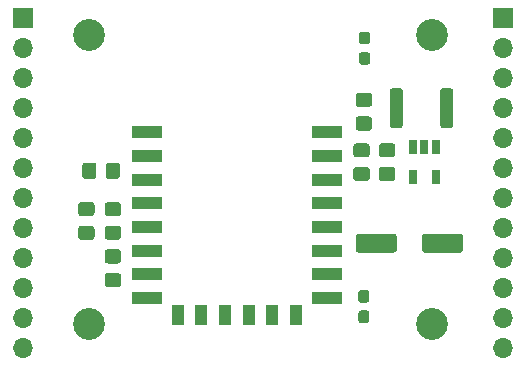
<source format=gbs>
%TF.GenerationSoftware,KiCad,Pcbnew,5.1.8*%
%TF.CreationDate,2020-12-08T00:01:30+01:00*%
%TF.ProjectId,ESP8266_base_vreg,45535038-3236-4365-9f62-6173655f7672,rev?*%
%TF.SameCoordinates,Original*%
%TF.FileFunction,Soldermask,Bot*%
%TF.FilePolarity,Negative*%
%FSLAX46Y46*%
G04 Gerber Fmt 4.6, Leading zero omitted, Abs format (unit mm)*
G04 Created by KiCad (PCBNEW 5.1.8) date 2020-12-08 00:01:30*
%MOMM*%
%LPD*%
G01*
G04 APERTURE LIST*
%ADD10R,0.650000X1.220000*%
%ADD11O,1.700000X1.700000*%
%ADD12R,1.700000X1.700000*%
%ADD13C,2.700000*%
%ADD14R,2.500000X1.000000*%
%ADD15R,1.000000X1.800000*%
G04 APERTURE END LIST*
%TO.C,C3*%
G36*
G01*
X146795500Y-70795000D02*
X146320500Y-70795000D01*
G75*
G02*
X146083000Y-70557500I0J237500D01*
G01*
X146083000Y-69957500D01*
G75*
G02*
X146320500Y-69720000I237500J0D01*
G01*
X146795500Y-69720000D01*
G75*
G02*
X147033000Y-69957500I0J-237500D01*
G01*
X147033000Y-70557500D01*
G75*
G02*
X146795500Y-70795000I-237500J0D01*
G01*
G37*
G36*
G01*
X146795500Y-72520000D02*
X146320500Y-72520000D01*
G75*
G02*
X146083000Y-72282500I0J237500D01*
G01*
X146083000Y-71682500D01*
G75*
G02*
X146320500Y-71445000I237500J0D01*
G01*
X146795500Y-71445000D01*
G75*
G02*
X147033000Y-71682500I0J-237500D01*
G01*
X147033000Y-72282500D01*
G75*
G02*
X146795500Y-72520000I-237500J0D01*
G01*
G37*
%TD*%
D10*
%TO.C,U1*%
X150686000Y-79527000D03*
X151626000Y-79527000D03*
X152566000Y-79527000D03*
X152566000Y-82017000D03*
X150686000Y-82017000D03*
%TD*%
%TO.C,R7*%
G36*
G01*
X146950001Y-76100000D02*
X146049999Y-76100000D01*
G75*
G02*
X145800000Y-75850001I0J249999D01*
G01*
X145800000Y-75149999D01*
G75*
G02*
X146049999Y-74900000I249999J0D01*
G01*
X146950001Y-74900000D01*
G75*
G02*
X147200000Y-75149999I0J-249999D01*
G01*
X147200000Y-75850001D01*
G75*
G02*
X146950001Y-76100000I-249999J0D01*
G01*
G37*
G36*
G01*
X146950001Y-78100000D02*
X146049999Y-78100000D01*
G75*
G02*
X145800000Y-77850001I0J249999D01*
G01*
X145800000Y-77149999D01*
G75*
G02*
X146049999Y-76900000I249999J0D01*
G01*
X146950001Y-76900000D01*
G75*
G02*
X147200000Y-77149999I0J-249999D01*
G01*
X147200000Y-77850001D01*
G75*
G02*
X146950001Y-78100000I-249999J0D01*
G01*
G37*
%TD*%
%TO.C,R6*%
G36*
G01*
X123850000Y-81049999D02*
X123850000Y-81950001D01*
G75*
G02*
X123600001Y-82200000I-249999J0D01*
G01*
X122899999Y-82200000D01*
G75*
G02*
X122650000Y-81950001I0J249999D01*
G01*
X122650000Y-81049999D01*
G75*
G02*
X122899999Y-80800000I249999J0D01*
G01*
X123600001Y-80800000D01*
G75*
G02*
X123850000Y-81049999I0J-249999D01*
G01*
G37*
G36*
G01*
X125850000Y-81049999D02*
X125850000Y-81950001D01*
G75*
G02*
X125600001Y-82200000I-249999J0D01*
G01*
X124899999Y-82200000D01*
G75*
G02*
X124650000Y-81950001I0J249999D01*
G01*
X124650000Y-81049999D01*
G75*
G02*
X124899999Y-80800000I249999J0D01*
G01*
X125600001Y-80800000D01*
G75*
G02*
X125850000Y-81049999I0J-249999D01*
G01*
G37*
%TD*%
%TO.C,R5*%
G36*
G01*
X125700001Y-89350000D02*
X124799999Y-89350000D01*
G75*
G02*
X124550000Y-89100001I0J249999D01*
G01*
X124550000Y-88399999D01*
G75*
G02*
X124799999Y-88150000I249999J0D01*
G01*
X125700001Y-88150000D01*
G75*
G02*
X125950000Y-88399999I0J-249999D01*
G01*
X125950000Y-89100001D01*
G75*
G02*
X125700001Y-89350000I-249999J0D01*
G01*
G37*
G36*
G01*
X125700001Y-91350000D02*
X124799999Y-91350000D01*
G75*
G02*
X124550000Y-91100001I0J249999D01*
G01*
X124550000Y-90399999D01*
G75*
G02*
X124799999Y-90150000I249999J0D01*
G01*
X125700001Y-90150000D01*
G75*
G02*
X125950000Y-90399999I0J-249999D01*
G01*
X125950000Y-91100001D01*
G75*
G02*
X125700001Y-91350000I-249999J0D01*
G01*
G37*
%TD*%
%TO.C,R4*%
G36*
G01*
X122549999Y-86150000D02*
X123450001Y-86150000D01*
G75*
G02*
X123700000Y-86399999I0J-249999D01*
G01*
X123700000Y-87100001D01*
G75*
G02*
X123450001Y-87350000I-249999J0D01*
G01*
X122549999Y-87350000D01*
G75*
G02*
X122300000Y-87100001I0J249999D01*
G01*
X122300000Y-86399999D01*
G75*
G02*
X122549999Y-86150000I249999J0D01*
G01*
G37*
G36*
G01*
X122549999Y-84150000D02*
X123450001Y-84150000D01*
G75*
G02*
X123700000Y-84399999I0J-249999D01*
G01*
X123700000Y-85100001D01*
G75*
G02*
X123450001Y-85350000I-249999J0D01*
G01*
X122549999Y-85350000D01*
G75*
G02*
X122300000Y-85100001I0J249999D01*
G01*
X122300000Y-84399999D01*
G75*
G02*
X122549999Y-84150000I249999J0D01*
G01*
G37*
%TD*%
%TO.C,R3*%
G36*
G01*
X125700001Y-85350000D02*
X124799999Y-85350000D01*
G75*
G02*
X124550000Y-85100001I0J249999D01*
G01*
X124550000Y-84399999D01*
G75*
G02*
X124799999Y-84150000I249999J0D01*
G01*
X125700001Y-84150000D01*
G75*
G02*
X125950000Y-84399999I0J-249999D01*
G01*
X125950000Y-85100001D01*
G75*
G02*
X125700001Y-85350000I-249999J0D01*
G01*
G37*
G36*
G01*
X125700001Y-87350000D02*
X124799999Y-87350000D01*
G75*
G02*
X124550000Y-87100001I0J249999D01*
G01*
X124550000Y-86399999D01*
G75*
G02*
X124799999Y-86150000I249999J0D01*
G01*
X125700001Y-86150000D01*
G75*
G02*
X125950000Y-86399999I0J-249999D01*
G01*
X125950000Y-87100001D01*
G75*
G02*
X125700001Y-87350000I-249999J0D01*
G01*
G37*
%TD*%
%TO.C,R2*%
G36*
G01*
X146754001Y-80372000D02*
X145853999Y-80372000D01*
G75*
G02*
X145604000Y-80122001I0J249999D01*
G01*
X145604000Y-79421999D01*
G75*
G02*
X145853999Y-79172000I249999J0D01*
G01*
X146754001Y-79172000D01*
G75*
G02*
X147004000Y-79421999I0J-249999D01*
G01*
X147004000Y-80122001D01*
G75*
G02*
X146754001Y-80372000I-249999J0D01*
G01*
G37*
G36*
G01*
X146754001Y-82372000D02*
X145853999Y-82372000D01*
G75*
G02*
X145604000Y-82122001I0J249999D01*
G01*
X145604000Y-81421999D01*
G75*
G02*
X145853999Y-81172000I249999J0D01*
G01*
X146754001Y-81172000D01*
G75*
G02*
X147004000Y-81421999I0J-249999D01*
G01*
X147004000Y-82122001D01*
G75*
G02*
X146754001Y-82372000I-249999J0D01*
G01*
G37*
%TD*%
%TO.C,R1*%
G36*
G01*
X148913001Y-80372000D02*
X148012999Y-80372000D01*
G75*
G02*
X147763000Y-80122001I0J249999D01*
G01*
X147763000Y-79421999D01*
G75*
G02*
X148012999Y-79172000I249999J0D01*
G01*
X148913001Y-79172000D01*
G75*
G02*
X149163000Y-79421999I0J-249999D01*
G01*
X149163000Y-80122001D01*
G75*
G02*
X148913001Y-80372000I-249999J0D01*
G01*
G37*
G36*
G01*
X148913001Y-82372000D02*
X148012999Y-82372000D01*
G75*
G02*
X147763000Y-82122001I0J249999D01*
G01*
X147763000Y-81421999D01*
G75*
G02*
X148012999Y-81172000I249999J0D01*
G01*
X148913001Y-81172000D01*
G75*
G02*
X149163000Y-81421999I0J-249999D01*
G01*
X149163000Y-82122001D01*
G75*
G02*
X148913001Y-82372000I-249999J0D01*
G01*
G37*
%TD*%
D11*
%TO.C,J2*%
X117602000Y-96520000D03*
X117602000Y-93980000D03*
X117602000Y-91440000D03*
X117602000Y-88900000D03*
X117602000Y-86360000D03*
X117602000Y-83820000D03*
X117602000Y-81280000D03*
X117602000Y-78740000D03*
X117602000Y-76200000D03*
X117602000Y-73660000D03*
X117602000Y-71120000D03*
D12*
X117602000Y-68580000D03*
%TD*%
D11*
%TO.C,J1*%
X158242000Y-96520000D03*
X158242000Y-93980000D03*
X158242000Y-91440000D03*
X158242000Y-88900000D03*
X158242000Y-86360000D03*
X158242000Y-83820000D03*
X158242000Y-81280000D03*
X158242000Y-78740000D03*
X158242000Y-76200000D03*
X158242000Y-73660000D03*
X158242000Y-71120000D03*
D12*
X158242000Y-68580000D03*
%TD*%
D13*
%TO.C,H4*%
X152250000Y-94500000D03*
%TD*%
%TO.C,H3*%
X152250000Y-70000000D03*
%TD*%
%TO.C,H2*%
X123250000Y-94500000D03*
%TD*%
%TO.C,H1*%
X123250000Y-70000000D03*
%TD*%
%TO.C,F1*%
G36*
G01*
X149809000Y-74749999D02*
X149809000Y-77650001D01*
G75*
G02*
X149559001Y-77900000I-249999J0D01*
G01*
X148933999Y-77900000D01*
G75*
G02*
X148684000Y-77650001I0J249999D01*
G01*
X148684000Y-74749999D01*
G75*
G02*
X148933999Y-74500000I249999J0D01*
G01*
X149559001Y-74500000D01*
G75*
G02*
X149809000Y-74749999I0J-249999D01*
G01*
G37*
G36*
G01*
X154084000Y-74749999D02*
X154084000Y-77650001D01*
G75*
G02*
X153834001Y-77900000I-249999J0D01*
G01*
X153208999Y-77900000D01*
G75*
G02*
X152959000Y-77650001I0J249999D01*
G01*
X152959000Y-74749999D01*
G75*
G02*
X153208999Y-74500000I249999J0D01*
G01*
X153834001Y-74500000D01*
G75*
G02*
X154084000Y-74749999I0J-249999D01*
G01*
G37*
%TD*%
D14*
%TO.C,ESP1*%
X128150000Y-78250000D03*
X128150000Y-80250000D03*
X128150000Y-82250000D03*
X128150000Y-84250000D03*
X128150000Y-86250000D03*
X128150000Y-88250000D03*
X128150000Y-90250000D03*
X128150000Y-92250000D03*
D15*
X130750000Y-93750000D03*
X132750000Y-93750000D03*
X134750000Y-93750000D03*
X136750000Y-93750000D03*
X138750000Y-93750000D03*
X140750000Y-93750000D03*
D14*
X143350000Y-92250000D03*
X143350000Y-90250000D03*
X143350000Y-88250000D03*
X143350000Y-86250000D03*
X143350000Y-84250000D03*
X143350000Y-82250000D03*
X143350000Y-80250000D03*
X143350000Y-78250000D03*
%TD*%
%TO.C,C2*%
G36*
G01*
X146262500Y-93325000D02*
X146737500Y-93325000D01*
G75*
G02*
X146975000Y-93562500I0J-237500D01*
G01*
X146975000Y-94162500D01*
G75*
G02*
X146737500Y-94400000I-237500J0D01*
G01*
X146262500Y-94400000D01*
G75*
G02*
X146025000Y-94162500I0J237500D01*
G01*
X146025000Y-93562500D01*
G75*
G02*
X146262500Y-93325000I237500J0D01*
G01*
G37*
G36*
G01*
X146262500Y-91600000D02*
X146737500Y-91600000D01*
G75*
G02*
X146975000Y-91837500I0J-237500D01*
G01*
X146975000Y-92437500D01*
G75*
G02*
X146737500Y-92675000I-237500J0D01*
G01*
X146262500Y-92675000D01*
G75*
G02*
X146025000Y-92437500I0J237500D01*
G01*
X146025000Y-91837500D01*
G75*
G02*
X146262500Y-91600000I237500J0D01*
G01*
G37*
%TD*%
%TO.C,C1*%
G36*
G01*
X151406000Y-88180000D02*
X151406000Y-87080000D01*
G75*
G02*
X151656000Y-86830000I250000J0D01*
G01*
X154656000Y-86830000D01*
G75*
G02*
X154906000Y-87080000I0J-250000D01*
G01*
X154906000Y-88180000D01*
G75*
G02*
X154656000Y-88430000I-250000J0D01*
G01*
X151656000Y-88430000D01*
G75*
G02*
X151406000Y-88180000I0J250000D01*
G01*
G37*
G36*
G01*
X145806000Y-88180000D02*
X145806000Y-87080000D01*
G75*
G02*
X146056000Y-86830000I250000J0D01*
G01*
X149056000Y-86830000D01*
G75*
G02*
X149306000Y-87080000I0J-250000D01*
G01*
X149306000Y-88180000D01*
G75*
G02*
X149056000Y-88430000I-250000J0D01*
G01*
X146056000Y-88430000D01*
G75*
G02*
X145806000Y-88180000I0J250000D01*
G01*
G37*
%TD*%
M02*

</source>
